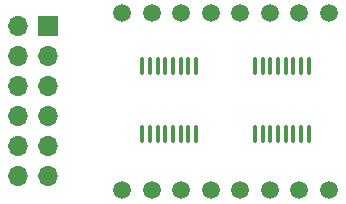
<source format=gbr>
%TF.GenerationSoftware,KiCad,Pcbnew,9.0.2*%
%TF.CreationDate,2025-07-21T05:45:18-04:00*%
%TF.ProjectId,lb-80,6c622d38-302e-46b6-9963-61645f706362,rev?*%
%TF.SameCoordinates,Original*%
%TF.FileFunction,Soldermask,Top*%
%TF.FilePolarity,Negative*%
%FSLAX46Y46*%
G04 Gerber Fmt 4.6, Leading zero omitted, Abs format (unit mm)*
G04 Created by KiCad (PCBNEW 9.0.2) date 2025-07-21 05:45:18*
%MOMM*%
%LPD*%
G01*
G04 APERTURE LIST*
G04 Aperture macros list*
%AMRoundRect*
0 Rectangle with rounded corners*
0 $1 Rounding radius*
0 $2 $3 $4 $5 $6 $7 $8 $9 X,Y pos of 4 corners*
0 Add a 4 corners polygon primitive as box body*
4,1,4,$2,$3,$4,$5,$6,$7,$8,$9,$2,$3,0*
0 Add four circle primitives for the rounded corners*
1,1,$1+$1,$2,$3*
1,1,$1+$1,$4,$5*
1,1,$1+$1,$6,$7*
1,1,$1+$1,$8,$9*
0 Add four rect primitives between the rounded corners*
20,1,$1+$1,$2,$3,$4,$5,0*
20,1,$1+$1,$4,$5,$6,$7,0*
20,1,$1+$1,$6,$7,$8,$9,0*
20,1,$1+$1,$8,$9,$2,$3,0*%
G04 Aperture macros list end*
%ADD10C,1.500000*%
%ADD11RoundRect,0.100000X-0.100000X0.637500X-0.100000X-0.637500X0.100000X-0.637500X0.100000X0.637500X0*%
%ADD12R,1.700000X1.700000*%
%ADD13O,1.700000X1.700000*%
G04 APERTURE END LIST*
D10*
%TO.C,LED1*%
X146704400Y-103916800D03*
X144204400Y-103916800D03*
X141704400Y-103916800D03*
X139204400Y-103916800D03*
X136704400Y-103916800D03*
X134204400Y-103916800D03*
X131704400Y-103916800D03*
X129204400Y-103916800D03*
X129204400Y-118916800D03*
X131704400Y-118916800D03*
X134204400Y-118916800D03*
X136704400Y-118916800D03*
X139204400Y-118916800D03*
X141704400Y-118916800D03*
X144204400Y-118916800D03*
X146704400Y-118916800D03*
%TD*%
D11*
%TO.C,U1*%
X135454800Y-108422600D03*
X134804800Y-108422600D03*
X134154800Y-108422600D03*
X133504800Y-108422600D03*
X132854800Y-108422600D03*
X132204800Y-108422600D03*
X131554800Y-108422600D03*
X130904800Y-108422600D03*
X130904800Y-114147600D03*
X131554800Y-114147600D03*
X132204800Y-114147600D03*
X132854800Y-114147600D03*
X133504800Y-114147600D03*
X134154800Y-114147600D03*
X134804800Y-114147600D03*
X135454800Y-114147600D03*
%TD*%
D12*
%TO.C,J1*%
X122936000Y-105029000D03*
D13*
X120396000Y-105029000D03*
X122936000Y-107569000D03*
X120396000Y-107569000D03*
X122936000Y-110109000D03*
X120396000Y-110109000D03*
X122936000Y-112649000D03*
X120396000Y-112649000D03*
X122936000Y-115189000D03*
X120396000Y-115189000D03*
X122936000Y-117729000D03*
X120396000Y-117729000D03*
%TD*%
D11*
%TO.C,U2*%
X144983200Y-108422600D03*
X144333200Y-108422600D03*
X143683200Y-108422600D03*
X143033200Y-108422600D03*
X142383200Y-108422600D03*
X141733200Y-108422600D03*
X141083200Y-108422600D03*
X140433200Y-108422600D03*
X140433200Y-114147600D03*
X141083200Y-114147600D03*
X141733200Y-114147600D03*
X142383200Y-114147600D03*
X143033200Y-114147600D03*
X143683200Y-114147600D03*
X144333200Y-114147600D03*
X144983200Y-114147600D03*
%TD*%
M02*

</source>
